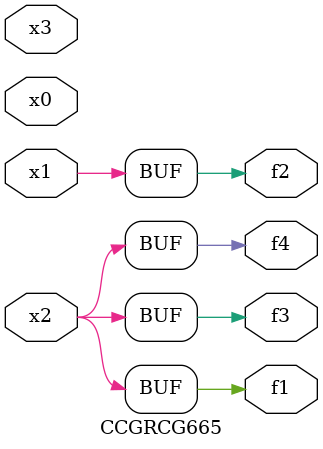
<source format=v>
module CCGRCG665(
	input x0, x1, x2, x3,
	output f1, f2, f3, f4
);
	assign f1 = x2;
	assign f2 = x1;
	assign f3 = x2;
	assign f4 = x2;
endmodule

</source>
